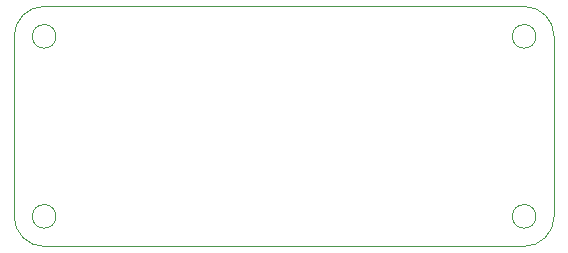
<source format=gm1>
%TF.GenerationSoftware,KiCad,Pcbnew,(6.0.0-0)*%
%TF.CreationDate,2023-05-28T12:50:49+10:00*%
%TF.ProjectId,atmega32u4-dev,61746d65-6761-4333-9275-342d6465762e,v1.0.0*%
%TF.SameCoordinates,Original*%
%TF.FileFunction,Profile,NP*%
%FSLAX46Y46*%
G04 Gerber Fmt 4.6, Leading zero omitted, Abs format (unit mm)*
G04 Created by KiCad (PCBNEW (6.0.0-0)) date 2023-05-28 12:50:49*
%MOMM*%
%LPD*%
G01*
G04 APERTURE LIST*
%TA.AperFunction,Profile*%
%ADD10C,0.100000*%
%TD*%
G04 APERTURE END LIST*
D10*
X93980000Y-77470000D02*
X134620000Y-77470000D01*
X135620000Y-80010000D02*
G75*
G03*
X135620000Y-80010000I-1000000J0D01*
G01*
X135620000Y-95250000D02*
G75*
G03*
X135620000Y-95250000I-1000000J0D01*
G01*
X134620000Y-97790000D02*
G75*
G03*
X137160000Y-95250000I-1J2540001D01*
G01*
X94980000Y-95250000D02*
G75*
G03*
X94980000Y-95250000I-1000000J0D01*
G01*
X137160000Y-80010000D02*
X137160000Y-95250000D01*
X91440000Y-95250000D02*
X91440000Y-80010000D01*
X137160000Y-80010000D02*
G75*
G03*
X134620000Y-77470000I-2540001J-1D01*
G01*
X93980000Y-77470000D02*
G75*
G03*
X91440000Y-80010000I1J-2540001D01*
G01*
X134620000Y-97790000D02*
X93980000Y-97790000D01*
X91440000Y-95250000D02*
G75*
G03*
X93980000Y-97790000I2540001J1D01*
G01*
X94980000Y-80010000D02*
G75*
G03*
X94980000Y-80010000I-1000000J0D01*
G01*
M02*

</source>
